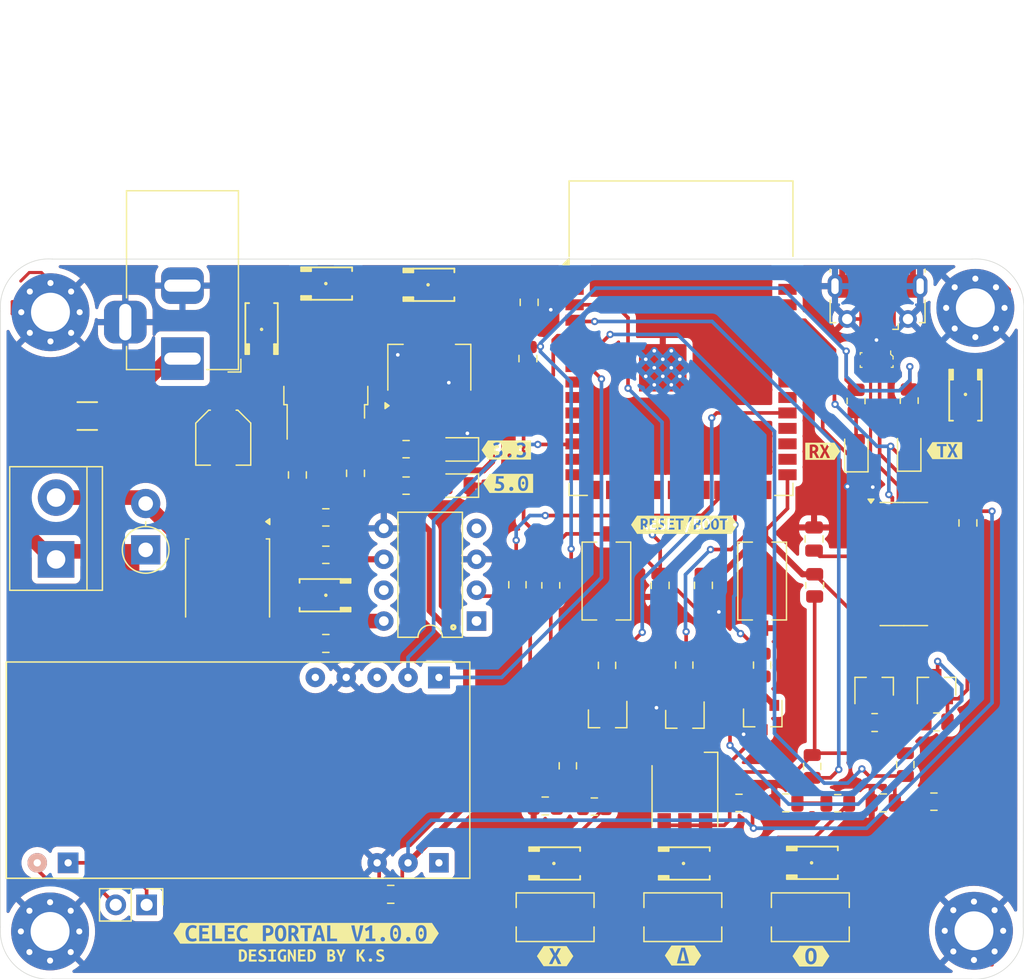
<source format=kicad_pcb>
(kicad_pcb (version 20240108) (generator "pcbnew") (generator_version "8.0")
  (layers (0 "F.Cu" signal) (31 "B.Cu" signal) (34 "B.Paste" user) (35 "F.Paste" user) (36 "B.SilkS" user "B.Silkscreen") (37 "F.SilkS" user "F.Silkscreen") (38 "B.Mask" user) (39 "F.Mask" user) (44 "Edge.Cuts" user))
  (net 0 "")
  (net 1 "GND")
  (net 2 "+5V")
  (net 3 "+3V3")
  (net 4 "VCC")
  (net 5 "bot3")
  (net 6 "bot2")
  (net 7 "bot1")
  (net 8 "/IO0")
  (net 9 "/EN")
  (net 10 "Net-(U4-V3)")
  (net 11 "Net-(D1-A)")
  (net 15 "USB_D-")
  (net 16 "USB_D+")
  (net 18 "Net-(D5-K)")
  (net 19 "Net-(D5-A)")
  (net 20 "VBUS")
  (net 21 "Net-(D7-A)")
  (net 22 "Net-(D8-A)")
  (net 23 "Net-(D9-A)")
  (net 24 "Net-(D11-A)")
  (net 25 "Net-(D12-A)")
  (net 26 "Net-(D14-A)")
  (net 27 "/RX")
  (net 28 "/TX")
  (net 29 "Net-(D15-A)")
  (net 31 "Net-(J3-Pad2)")
  (net 32 "Net-(J3-Pad1)")
  (net 34 "Net-(OC1-Pad2)")
  (net 37 "Net-(Q2-B)")
  (net 38 "Net-(Q5-B)")
  (net 39 "/DTR")
  (net 40 "Net-(Q6-B)")
  (net 41 "/RTS")
  (net 42 "open{slash}close")
  (net 43 "led1")
  (net 44 "led2")
  (net 45 "led3")
  (net 47 "RXRFID")
  (net 49 "TXRFID")
  (net 82 "/d+")
  (net 83 "/d-")
  (net 84 "Net-(Q1-B)")
  (net 85 "Net-(Q4-B)")
  (net 86 "Net-(D16-RK)")
  (net 87 "Net-(D16-BA)")
  (net 88 "Net-(D16-BK)")
  (net 89 "Net-(D16-GK)")
  (net 90 "Net-(F1-Pad1)")
  (footprint "PCM_4ms_Resistor:R_0805_2012Metric" (layer "F.Cu") (at 178.5241 97.2324 -90)
    (property "Reference" "R5" (hide yes))
    (property "Value" "R" (hide yes))
  )
  (footprint "kibuzzard-66BBE129" (layer "F.Cu") (at 160.3525 77.5208)
    (property "Reference" "kibuzzard-66BBE129" (hide yes))
    (property "Value" "G***" (hide yes))
  )
  (footprint "PCM_4ms_Resistor:R_0805_2012Metric" (layer "F.Cu") (at 160.3525 89.0524 90)
    (property "Reference" "R16" (hide yes))
    (property "Value" "R" (hide yes))
  )
  (footprint "Resistor_SMD:R_0805_2012Metric" (layer "F.Cu") (at 171.0713 82.4992 90)
    (property "Reference" "R18" (hide yes))
    (property "Value" "10k" (hide yes))
  )
  (footprint "MountingHole:MountingHole_3.2mm_M3_Pad_Via" (layer "F.Cu") (at 184.2793 59.69)
    (property "Reference" "H2" (hide yes))
    (property "Value" "MountingHole_Pad" (hide yes))
  )
  (footprint "Resistor_SMD:R_0805_2012Metric" (layer "F.Cu") (at 149.3797 82.4992 90)
    (property "Reference" "R19" (hide yes))
    (property "Value" "10k" (hide yes))
  )
  (footprint "PCM_4ms_Resistor:R_0805_2012Metric" (layer "F.Cu") (at 152.9588 100.6856 180)
    (property "Reference" "R7" (hide yes))
    (property "Value" "R" (hide yes))
  )
  (footprint "Connector_PinHeader_2.54mm:PinHeader_1x02_P2.54mm_Vertical" (layer "F.Cu") (at 116.1565 108.7628 -90)
    (property "Reference" "J3" (hide yes))
    (property "Value" "PINHD_1x2_Male" (hide yes))
  )
  (footprint "Package_TO_SOTSMD:SOT-23" (layer "F.Cu") (at 160.4033 93.4836 -90)
    (property "Reference" "Q1" (hide yes))
    (property "Value" "BC817" (hide yes))
  )
  (footprint "Resistor_SMD:R_0805_2012Metric" (layer "F.Cu") (at 174.4749 67.3396 -90)
    (property "Reference" "R22" (hide yes))
    (property "Value" "10k" (hide yes))
  )
  (footprint "MountingHole:MountingHole_3.2mm_M3_Pad_Via" (layer "F.Cu") (at 184.1653 110.8964)
    (property "Reference" "H3" (hide yes))
    (property "Value" "MountingHole_Pad" (hide yes))
  )
  (footprint "MountingHole:MountingHole_3.2mm_M3_Pad_Via" (layer "F.Cu") (at 108.2193 110.9472)
    (property "Reference" "H4" (hide yes))
    (property "Value" "MountingHole_Pad" (hide yes))
  )
  (footprint "kibuzzard-66BBF1BD" (layer "F.Cu") (at 181.7393 71.4248)
    (property "Reference" "kibuzzard-66BBF1BD" (hide yes))
    (property "Value" "G***" (hide yes))
  )
  (footprint "digikey-footprints:UFDFN-10_2.5x1mm" (layer "F.Cu") (at 176.1673 63.9769 180)
    (property "Reference" "D2" (hide yes))
    (property "Value" "RCLAMP0524PATCT" (hide yes))
  )
  (footprint "PCM_4ms_Resistor:R_0805_2012Metric" (layer "F.Cu") (at 137.4864 71.3042)
    (property "Reference" "R3" (hide yes))
    (property "Value" "R" (hide yes))
  )
  (footprint "Capacitor_SMD:C_0805_2012Metric" (layer "F.Cu") (at 128.5517 73.4244 -90)
    (property "Reference" "C5" (hide yes))
    (property "Value" "C" (hide yes))
  )
  (footprint "kibuzzard-66BBE052" (layer "F.Cu") (at 145.8745 74.1172)
    (property "Reference" "kibuzzard-66BBE052" (hide yes))
    (property "Value" "G***" (hide yes))
  )
  (footprint "Connector_USB:USB_Micro-B_Molex-105017-0001" (layer "F.Cu") (at 176.2421 59.1419 180)
    (property "Reference" "J1" (hide yes))
    (property "Value" "USB_B_Micro" (hide yes))
  )
  (footprint "LED_SMD:LED_0805_2012Metric" (layer "F.Cu") (at 141.7597 74.3014 180)
    (property "Reference" "D1" (hide yes))
    (property "Value" "LED" (hide yes))
  )
  (footprint "Capacitor_SMD:C_0805_2012Metric" (layer "F.Cu") (at 158.3713 82.4992 90)
    (property "Reference" "C15" (hide yes))
    (property "Value" "0.1uf" (hide yes))
  )
  (footprint "RDM6300 (2):RDM6300" (layer "F.Cu") (at 123.6749 97.6884)
    (property "Reference" "RDM1" (hide yes))
    (property "Value" "RDM6300" (hide yes))
  )
  (footprint "PCM_4ms_Resistor:R_0805_2012Metric" (layer "F.Cu") (at 146.6365 82.4484 -90)
    (property "Reference" "R11" (hide yes))
    (property "Value" "R" (hide yes))
  )
  (footprint "Capacitor_SMD:C_0805_2012Metric" (layer "F.Cu") (at 183.6697 77.3684 -90)
    (property "Reference" "C1" (hide yes))
    (property "Value" "0.1uf" (hide yes))
  )
  (footprint "Capacitor_SMD:C_Elec_4x5.4" (layer "F.Cu") (at 122.4557 70.358 -90)
    (property "Reference" "C13" (hide yes))
    (property "Value" "4.7 uf" (hide yes))
  )
  (footprint "LED_SMD:LED_RGB_5050-6" (layer "F.Cu") (at 160.4033 99.822 -90)
    (property "Reference" "D16" (hide yes))
    (property "Value" "LED_RGB" (hide yes))
  )
  (footprint "PCM_4ms_Resistor:R_0805_2012Metric" (layer "F.Cu") (at 164.8506 100.3808 180)
    (property "Reference" "R14" (hide yes))
    (property "Value" "R" (hide yes))
  )
  (footprint "LED_SMD:LED_0805_2012Metric" (layer "F.Cu") (at 178.8437 71.4267 90)
    (property "Reference" "D15" (hide yes))
    (property "Value" "LED_Small" (hide yes))
  )
  (footprint "Capacitor_SMD:C_0805_2012Metric" (layer "F.Cu") (at 147.5001 63.8556 -90)
    (property "Reference" "C4" (hide yes))
    (property "Value" "C" (hide yes))
  )
  (footprint "Package_TO_SOT_SMD:SOT-223-3_TabPin2" (layer "F.Cu") (at 139.3952 64.5986 90)
    (property "Reference" "U2" (hide yes))
    (property "Value" "AMS1117-3.3" (hide yes))
  )
  (footprint "PCM_4ms_Diode:D_DO-214AC_SMA" (layer "F.Cu") (at 130.8885 57.6916)
    (property "Reference" "D4" (hide yes))
    (property "Value" "1N4007" (hide yes))
  )
  (footprint "Package_TO_SOTSMD:SOT-23" (layer "F.Cu") (at 181.0931 90.8216 90)
    (property "Reference" "Q6" (hide yes))
    (property "Value" "BC817" (hide yes))
  )
  (footprint "PCM_4ms_Diode:D_DO-214AC_SMA" (layer "F.Cu") (at 139.2936 57.7914)
    (property "Reference" "D3" (hide yes))
    (property "Value" "1N4007" (hide yes))
  )
  (footprint "PCM_4ms_Diode:D_DO-214AC_SMA" (layer "F.Cu") (at 170.8173 105.3084)
    (property "Reference" "D11" (hide yes))
    (property "Value" "SMAJ5CA" (hide yes))
  )
  (footprint "PCM_4ms_Resistor:R_0805_2012Metric" (layer "F.Cu") (at 170.8681 97.3836 -90)
    (property "Reference" "R10" (hide yes))
    (property "Value" "R" (hide yes))
  )
  (footprint "1808AA101KAT1A:CAPC4520X203N" (layer "F.Cu") (at 111.2774 68.58 180)
    (property "Reference" "F1" (hide yes))
    (property "Value" "Fuse" (hide yes))
  )
  (footprint "Capacitor_SMD:C_0805_2012Metric" (layer "F.Cu") (at 130.8885 87.2744)
    (property "Reference" "C6" (hide yes))
    (property "Value" "C" (hide yes))
  )
  (footprint "PCM_4ms_Resistor:R_0805_2012Metric" (layer "F.Cu") (at 150.7827 97.334 -90)
    (property "Reference" "R8" (hide yes))
    (property "Value" "R" (hide yes))
  )
  (footprint "PCM_4ms_Resistor:R_0805_2012Metric" (layer "F.Cu") (at 130.8885 79.987367 180)
    (property "Reference" "R12" (hide yes))
    (property "Value" "10" (hide yes))
  )
  (footprint "kibuzzard-66BBF090" (layer "F.Cu") (at 129.2629 111.0996)
    (property "Reference" "kibuzzard-66BBF090" (hide yes))
    (property "Value" "G***" (hide yes))
  )
  (footprint "PCM_4ms_Resistor:R_0805_2012Metric" (layer "F.Cu") (at 130.8885 76.913034 180)
    (property "Reference" "R13" (hide yes))
    (property "Value" "100k" (hide yes))
  )
  (footprint "Button_Switch_SMD:SW_Tactile_SPST_NO_Straight_CK_PTS636Sx25SMTRLFS" (layer "F.Cu") (at 160.2367 109.7788)
    (property "Reference" "SW3" (hide yes))
    (property "Value" "SW_Push" (hide yes))
  )
  (footprint "Button_Switch_SMD:SW_Tactile_SPST_NO_Straight_CK_PTS636Sx25SMTRLFS" (layer "F.Cu") (at 149.7353 109.7788)
    (property "Reference" "SW2" (hide yes))
    (property "Value" "SW_Push" (hide yes))
  )
  (footprint "PCM_4ms_Diode:D_DO-214AC_SMA" (layer "F.Cu") (at 149.6337 105.3592)
    (property "Reference" "D8" (hide yes))
    (property "Value" "SMAJ5CA" (hide yes))
  )
  (footprint "PCM_4ms_Diode:D_DO-214AC_SMA" (layer "F.Cu") (at 125.6053 61.4568 90)
    (property "Reference" "D10" (hide yes))
    (property "Value" "SMAJ15CA" (hide yes))
  )
  (footprint "PCM_4ms_Diode:D_DO-214AC_SMA" (layer "F.Cu") (at 130.8885 83.312 180)
    (property "Reference" "D5" (hide yes))
    (property "Value" "1N4007" (hide yes))
  )
  (footprint "kibuzzard-66BBEF08" (layer "F.Cu") (at 160.2509 112.9284)
    (property "Reference" "kibuzzard-66BBEF08" (hide yes))
    (property "Value" "G***" (hide yes))
  )
  (footprint "Capacitor_SMD:C_0805_2012Metric" (layer "F.Cu") (at 133.3269 73.2872 -90)
    (property "Reference" "C3" (hide yes))
    (property "Value" "0.1uf" (hide yes))
  )
  (footprint "Connector_BarrelJack:BarrelJack_Horizontal" (layer "F.Cu") (at 119.1029 63.8612 -90)
    (property "Reference" "J2" (hide yes))
    (property "Value" "Barrel_Jack_Switch" (hide yes))
  )
  (footprint "Capacitor_SMD:C_0805_2012Metric" (layer "F.Cu") (at 148.9225 100.6348 180)
    (property "Reference" "C11" (hide yes))
    (property "Value" "0.1uf" (hide yes))
  )
  (footprint "Capacitor_SMD:C_0805_2012Metric" (layer "F.Cu") (at 168.7031 100.3796 180)
    (property "Reference" "C12" (hide yes))
    (property "Value" "0.1uf" (hide yes))
  )
  (footprint "RF_Module:ESP32-S3-WROOM-1" (layer "F.Cu") (at 160.0861 62.156)
    (property "Reference" "U5" (hide yes))
    (property "Value" "ESP32-S3-WROOM-1" (hide yes))
  )
  (footprint "Capacitor_SMD:C_0805_2012Metric" (layer "F.Cu") (at 136.2225 107.8992)
    (property "Reference" "C16" (hide yes))
    (property "Value" "100nf" (hide yes))
  )
  (footprint "kibuzzard-66BBEED0" (layer "F.Cu") (at 149.7353 112.9792)
    (property "Reference" "kibuzzard-66BBEED0" (hide yes))
    (property "Value" "G***" (hide yes))
  )
  (footprint "TerminalBlock:TerminalBlock_bornier-2_P5.08mm" (layer "F.Cu") (at 108.712 80.3656 90)
    (property "Reference" "J4" (hide yes))
    (property "Value" "Screw_Terminal_01x02" (hide yes))
  )
  (footprint "PCM_4ms_Resistor:R_0805_2012Metric" (layer "F.Cu") (at 166.7533 89.0524 90)
    (property "Reference" "R15" (hide yes))
    (property "Value" "R" (hide yes))
  )
  (footprint "Diode_THT:D_DO-15_P3.81mm_Vertical_AnodeUp" (layer "F.Cu") (at 116.078 79.583 90)
    (property "Reference" "D12" (hide yes))
    (property "Value" "1N4148W" (hide yes))
  )
  (footprint "Capacitor_SMD:C_0805_2012Metric" (layer "F.Cu") (at 176.7101 100.3808 180)
    (property "Reference" "C10" (hide yes))
    (property "Value" "0.1uf" (hide yes))
  )
  (footprint "kibuzzard-66BBE167" (layer "F.Cu") (at 145.7221 71.374)
    (property "Reference" "kibuzzard-66BBE167" (hide yes))
    (property "Value" "G***" (hide yes))
  )
  (footprint "PCM_Package_DIP_AKL:DIP-8_W7.62mm" (layer "F.Cu") (at 143.2737 85.4356 180)
    (property "Reference" "OC1" (hide yes))
    (property "Value" "TLP350" (hide yes))
  )
  (footprint "Capacitor_SMD:C_0805_2012Metric" (layer "F.Cu") (at 171.0205 78.6892 90)
    (property "Reference" "C17" (hide yes))
    (property "Value" "100nf" (hide yes))
  )
  (footprint "LED_SMD:LED_0805_2012Metric" (layer "F.Cu") (at 141.7597 71.3232 180)
    (property "Reference" "D7" (hide yes))
    (property "Value" "LED" (hide yes))
  )
  (footprint "kibuzzard-66BBF1B2" (layer "F.Cu") (at 171.7317 71.4756)
    (property "Reference" "kibuzzard-66BBF1B2" (hide yes))
    (property "Value" "G***" (hide yes))
  )
  (footprint "Package_TO_SOTSMD:SOT-23" (layer "F.Cu") (at 166.8041 93.366 -90)
    (property "Reference" "Q4" (hide yes))
    (property "Value" "BC817" (hide yes))
  )
  (footprint "Button_Switch_SMD:SW_Tactile_SPST_NO_Straight_CK_PTS636Sx25SMTRLFS" (layer "F.Cu") (at 166.7533 82.1436 -90)
    (property "Reference" "SW5" (hide yes))
    (property "Value" "SW_Push" (hide yes))
  )
  (footprint "PCM_4ms_Resistor:R_0805_2012Metric" (layer "F.Cu") (at 180.8757 100.2792 180)
    (property "Reference" "R6" (hide yes))
    (property "Value" "R" (hide yes))
  )
  (footprint "Resistor_SMD:R_0805_2012Metric" (layer "F.Cu") (at 178.8437 67.3119 -90)
    (property "Reference" "R23" (hide yes))
    (property "Value" "10k" (hide yes))
  )
  (footprint "PCM_4ms_Diode:D_DO-214AC_SMA" (layer "F.Cu") (at 183.4665 66.802 -90)
    (property "Reference" "D6" (hide yes))
    (property "Value" "D_Schottky_Generic" (hide yes))
  )
  (footprint "Package_SO:SOIC-16_3.9x9.9mm_P1.27mm" (layer "F.Cu") (at 178.4007 80.7466)
    (property "Reference" "U4" (hide yes))
    (property "Value" "CH340C" (hide yes))
  )
  (footprint "Capacitor_SMD:C_0805_2012Metric" (layer "F.Cu") (at 161.9273 82.4992 90)
    (property "Reference" "C14" (hide yes))
    (property "Value" "0.1uf" (hide yes))
  )
  (footprint "Button_Switch_SMD:SW_Tactile_SPST_NO_Straight_CK_PTS636Sx25SMTRLFS" (layer "F.Cu") (at 170.7157 109.7788)
    (property "Reference" "SW1" (hide yes))
    (property "Value" "SW_Push" (hide yes))
  )
  (footprint "MountingHole:MountingHole_3.2mm_M3_Pad_Via" (layer "F.Cu") (at 108.252356 60.0456)
    (property "Reference" "H1" (hide yes))
    (property "Value" "MountingHole_Pad" (hide yes))
  )
  (footprint "PCM_4ms_Resistor:R_0805_2012Metric" (layer "F.Cu") (at 172.9703 100.4096 180)
    (property "Reference" "R9" (hide yes))
    (property "Value" "R" (hide yes))
  )
  (footprint "Button_Switch_SMD:SW_Tactile_SPST_NO_Straight_CK_PTS636Sx25SMTRLFS" (layer "F.Cu") (at 153.9517 82.1436 -90)
    (property "Reference" "SW6" (hide yes))
    (property "Value" "SW_Push" (hide yes))
  )
  (footprint "Resistor_SMD:R_0805_2012Metric" (layer "F.Cu") (at 181.0789 93.726)
    (property "Reference" "R20" (hide yes))
    (property "Value" "10k" (hide yes))
  )
  (footprint "Package_TO_SOTSMD:SOT-23" (layer "F.Cu") (at 175.9623 90.8216 90)
    (property "Reference" "Q5" (hide yes))
    (property "Value" "BC817" (hide yes))
  )
  (footprint "LED_SMD:LED_0805_2012Metric" (layer "F.Cu") (at 174.4987 71.4836 90)
    (property "Reference" "D14" (hide yes))
    (property "Value" "LED_Small" (hide yes))
  )
  (footprint "kibuzzard-66BC06DF" (layer "F.Cu") (at 129.7201 112.9284)
    (property "Reference" "kibuzzard-66BC06DF" (hide yes))
    (property "Value" "G***" (hide yes))
  )
  (footprint "PCM_4ms_Diode:D_DO-214AC_SMA" (layer "F.Cu") (at 160.2875 105.3592)
    (property "Reference" "D9" (hide yes))
    (property "Value" "SMAJ5CA" (hide yes))
  )
  (footprint "Package_TO_SOTSMD:SOT-23" (layer "F.Cu") (at 154.0533 93.4401 -90)
    (property "Reference" "Q2" (hide yes))
    (property "Value" "BC817" (hide yes))
  )
  (footprint "Capacitor_SMD:C_0805_2012Metric" (layer "F.Cu") (at 147.6017 59.2328 -90)
    (property "Reference" "C7" (hide yes))
    (property "Value" "0.1uf" (hide yes))
  )
  (footprint "PCM_4ms_Package_TO:TO-252-2" (layer "F.Cu") (at 130.8885 65.1764 90)
    (property "Reference" "U3" (hide yes))
    (property "Value" "L7805" (hide yes))
  )
  (footprint "PCM_4ms_Resistor:R_0805_2012Metric" (layer "F.Cu") (at 137.4864 74.3014)
    (property "Reference" "R4" (hide yes))
    (property "Value" "R" (hide yes))
  )
  (footprint "PCM_4ms_Resistor:R_0805_2012Metric" (layer "F.Cu") (at 154.0025 89.0757 90)
    (property "Reference" "R17" (hide yes))
    (property "Value" "R" (hide yes))
  )
  (footprint "Resistor_SMD:R_0805_2012Metric" (layer "F.Cu") (at 176.0008 93.7768 180)
    (property "Reference" "R21" (hide yes))
    (property "Value" "10k" (hide yes))
  )
  (footprint "Package_TO_SOT_SMD:TO-252-2" (layer "F.Cu") (at 122.8113 81.9912 -90)
    (property "Reference" "Q3" (hide yes))
    (property "Value" "IRLU3114Z" (hide yes))
  )
  (footprint "kibuzzard-66BBEF2E" (layer "F.Cu") (at 170.7665 112.9792)
    (property "Reference" "kibuzzard-66BBEF2E" (hide yes))
    (property "Value" "G***" (hide yes))
  )
  (gr_arc (start 104.140001 59.944) (mid 105.292284 56.829084) (end 108.4072 55.676801) (stroke (width 0.05)) (layer "Edge.Cuts"))
  (gr_arc (start 188.213999 110.5916) (mid 187.061716 113.706516) (end 183.9468 114.858799) (stroke (width 0.05)) (layer "Edge.Cuts"))
  (gr_arc (start 183.9976 55.676801) (mid 187.112516 56.829084) (end 188.264799 59.944) (stroke (width 0.05)) (layer "Edge.Cuts"))
  (gr_line (start 108.4072 55.676801) (end 183.9976 55.676801) (stroke (width 0.05)) (layer "Edge.Cuts"))
  (gr_arc (start 108.4072 114.858799) (mid 105.292284 113.706516) (end 104.140001 110.5916) (stroke (width 0.05)) (layer "Edge.Cuts"))
  (gr_line (start 183.9468 114.858799) (end 108.4072 114.858799) (stroke (width 0.05)) (layer "Edge.Cuts"))
  (gr_line (start 104.140001 110.5916) (end 104.140001 59.944) (stroke (width 0.05)) (layer "Edge.Cuts"))
  (gr_line (start 188.264799 59.944) (end 188.213999 110.5916) (stroke (width 0.05)) (layer "Edge.Cuts"))
  (segment (start 109.357556 112.999856) (end 107.6605 111.3028) (width 0.3) (layer "F.Cu") (net 1))
  (segment (start 187.0733 110.308688) (end 186.370356 109.605744) (width 0.254) (layer "F.Cu") (net 1))
  (segment (start 105.1081 59.182) (end 107.5081 59.182) (width 0.254) (layer "F.Cu") (net 1))
  (segment (start 155.8019 86.0186) (end 158.3713 83.4492) (width 0.3) (layer "F.Cu") (net 1))
  (segment (start 158.5861 63.916) (end 158.5861 65.316) (width 0.254) (layer "F.Cu") (net 1))
  (segment (start 187.065044 58.167232) (end 186.3621 57.464288) (width 0.254) (layer "F.Cu") (net 1))
  (segment (start 105.963444 109.605744) (end 107.6605 111.3028) (width 0.3) (layer "F.Cu") (net 1))
  (segment (start 110.0605 111.3028) (end 107.6605 111.3028) (width 0.3) (layer "F.Cu") (net 1))
  (segment (start 142.6972 70.1779) (end 142.5217 70.0024) (width 0.254) (layer "F.Cu") (net 1))
  (segment (start 186.3621 57.464288) (end 185.367988 57.464288) (width 0.254) (layer "F.Cu") (net 1))
  (segment (start 131.826 75.7381) (end 133.3269 74.2372) (width 0.3) (layer "F.Cu") (net 1))
  (segment (start 186.370356 112.005744) (end 187.0733 111.3028) (width 0.254) (layer "F.Cu") (net 1))
  (segment (start 147.9725 105.8916) (end 147.8953 105.9688) (width 0.3) (layer "F.Cu") (net 1))
  (segment (start 132.728566 77.8156) (end 131.826 76.913034) (width 0.3) (layer "F.Cu") (net 1))
  (segment (start 108.211044 57.484944) (end 107.5081 56.782) (width 0.254) (layer "F.Cu") (net 1))
  (segment (start 120.5313 76.9512) (end 120.5313 73.9574) (width 0.3) (layer "F.Cu") (net 1))
  (segment (start 159.9861 65.316) (end 159.9861 63.916) (width 0.254) (layer "F.Cu") (net 1))
  (segment (start 142.6972 71.3232) (end 142.6972 70.1779) (width 0.254) (layer "F.Cu") (net 1))
  (segment (start 156.3617 108.0546) (end 158.4475 105.9688) (width 0.3) (layer "F.Cu") (net 1))
  (segment (start 185.367988 57.464288) (end 184.665044 56.761344) (width 0.254) (layer "F.Cu") (net 1))
  (segment (start 105.1081 59.182) (end 105.1081 60.176112) (width 0.254) (layer "F.Cu") (net 1))
  (segment (start 129.287366 74.3744) (end 128.5517 74.3744) (width 0.3) (layer "F.Cu") (net 1))
  (segment (start 166.8407 108.1054) (end 168.9265 106.0196) (width 0.3) (layer "F.Cu") (net 1))
  (segment (start 156.3617 109.7788) (end 156.3617 108.0546) (width 0.3) (layer "F.Cu") (net 1))
  (segment (start 153.9517 86.0186) (end 155.8019 86.0186) (width 0.3) (layer "F.Cu") (net 1))
  (segment (start 135.6537 77.8156) (end 132.728566 77.8156) (width 0.3) (layer "F.Cu") (net 1))
  (segment (start 109.357556 109.605744) (end 107.6605 111.3028) (width 0.3) (layer "F.Cu") (net 1))
  (segment (start 186.370356 109.605744) (end 184.6733 111.3028) (width 0.254) (layer "F.Cu") (net 1))
  (segment (start 184.6733 113.7028) (end 185.667412 113.7028) (width 0.254) (layer "F.Cu") (net 1))
  (segment (start 187.0733 111.3028) (end 187.0733 110.308688) (width 0.254) (layer "F.Cu") (net 1))
  (segment (start 159.2861 63.216) (end 157.8861 63.216) (width 0.254) (layer "F.Cu") (net 1))
  (segment (start 164.1839 83.4492) (end 166.7533 86.0186) (width 0.3) (layer "F.Cu") (net 1))
  (segment (start 106.513988 56.782) (end 105.811044 57.484944) (width 0.254) (layer "F.Cu") (net 1))
  (segment (start 131.826 76.913034) (end 129.287366 74.3744) (width 0.3) (layer "F.Cu") (net 1))
  (segment (start 107.6605 113.7028) (end 107.6605 111.3028) (width 0.3) (layer "F.Cu") (net 1))
  (segment (start 105.2605 111.3028) (end 107.6605 111.3028) (width 0.3) (layer "F.Cu") (net 1))
  (segment (start 159.2861 66.016) (end 159.9861 65.316) (width 0.254) (layer "F.Cu") (net 1))
  (segment (start 159.2861 66.016) (end 159.2861 64.616) (width 0.254) (layer "F.Cu") (net 1))
  (segment (start 105.1081 60.176112) (end 105.811044 60.879056) (width 0.254) (layer "F.Cu") (net 1))
  (segment (start 182.976244 112.999856) (end 184.6733 111.3028) (width 0.254) (layer "F.Cu") (net 1))
  (segment (start 124.7971 74.3744) (end 122.4557 72.033) (width 0.3) (layer "F.Cu") (net 1))
  (segment (start 107.6605 108.9028) (end 107.6605 111.3028) (width 0.3) (layer "F.Cu") (net 1))
  (segment (start 128.5517 74.3744) (end 124.7971 74.3744) (width 0.3) (layer "F.Cu") (net 1))
  (segment (start 158.5861 63.916) (end 157.8861 64.616) (width 0.254) (layer "F.Cu") (net 1))
  (segment (start 145.8603 108.0038) (end 147.8953 105.9688) (width 0.3) (layer "F.Cu") (net 1))
  (segment (start 175.8465 76.2224) (end 175.9257 76.3016) (width 0.3) (layer "F.Cu") (net 1))
  (segment (start 107.5081 56.782) (end 106.513988 56.782) (width 0.254) (layer "F.Cu") (net 1))
  (segment (start 161.9273 83.4492) (end 164.1839 83.4492) (width 0.3) (layer "F.Cu") (net 1))
  (segment (start 174.9421 60.6044) (end 174.9421 58.2044) (width 0.3) (layer "F.Cu") (net 1))
  (segment (start 109.205156 57.484944) (end 108.211044 57.484944) (width 0.254) (layer "F.Cu") (net 1))
  (segment (start 147.9725 100.6348) (end 147.9725 105.8916) (width 0.3) (layer "F.Cu") (net 1))
  (segment (start 176.1513 63.5734) (end 176.1673 63.5894) (width 0.254) (layer "F.Cu") (net 1))
  (segment (start 135.2725 107.8992) (end 135.2725 105.476) (width 0.3) (layer "F.Cu") (net 1))
  (segment (start 174.9421 60.6044) (end 173.7421 60.6044) (width 0.3) (layer "F.Cu") (net 1))
  (segment (start 174.9421 58.2044) (end 175.2421 57.9044) (width 0.3) (layer "F.Cu") (net 1))
  (segment (start 176.1513 62.3316) (end 176.1513 63.5734) (width 0.254) (layer "F.Cu") (net 1))
  (segment (start 187.065044 60.155456) (end 186.3621 60.8584) (width 0.254) (layer "F.Cu") (net 1))
  (segment (start 157.8861 66.016) (end 157.1861 65.316) (width 0.254) (layer "F.Cu") (net 1))
  (segment (start 157.1861 63.916) (end 157.8861 64.616) (width 0.254) (layer "F.Cu") (net 1))
  (segment (start 131.826 76.913034) (end 131.826 75.7381) (width 0.3) (layer "F.Cu") (net 1))
  (segment (start 187.065044 59.161344) (end 187.065044 60.155456) (width 0.254) (layer "F.Cu") (net 1))
  (segment (start 135.2725 105.476) (end 135.1049 105.3084) (width 0.3) (layer "F.Cu") (net 1))
  (segment (start 187.065044 59.161344) (end 187.065044 58.167232) (width 0.254) (layer "F.Cu") (net 1))
  (segment (start 157.8861 66.016) (end 159.2861 66.016) (width 0.254) (layer "F.Cu") (net 1))
  (segment (start 145.8603 109.7788) (end 145.8603 108.0038) (width 0.3) (layer "F.Cu") (net 1))
  (segment (start 120.5313 73.9574) (end 122.4557 72.033) (width 0.3) (layer "F.Cu") (net 1))
  (segment (start 166.8407 109.7788) (end 166.8407 108.1054) (width 0.3) (layer "F.Cu") (net 1))
  (via (at 173.7637 74.3712) (size 0.6) (drill 0.3) (layers "F.Cu" "B.Cu") (net 1))
  (via (at 149.3797 59.8424) (size 0.6) (drill 0.3) (layers "F.Cu" "B.Cu") (net 1))
  (via (at 175.8465 74.422) (size 0.6) (drill 0.3) (layers "F.Cu" "B.Cu") (net 1))
  (via (at 165.2293 94.742) (size 0.6) (drill 0.3) (layers "F.Cu" "B.Cu") (net 1))
  (via (at 163.1973 84.6836) (size 0.6) (drill 0.3) (layers "F.Cu" "B.Cu") (net 1))
  (via (at 158.0665 92.5576) (size 0.6) (drill 0.3) (layers "F.Cu" "B.Cu") (net 1))
  (via (at 142.5217 70.0024) (size 0.6) (drill 0.3) (layers "F.Cu" "B.Cu") (net 1))
  (via (at 136.8044 63.5508) (size 0.6) (drill 0.3) (layers "F.Cu" "B.Cu") (net 1))
  (via (at 176.1513 62.3316) (size 0.6) (drill 0.3) (layers "F.Cu" "B.Cu") (net 1))
  (via (at 140.9977 65.8368) (size 0.6) (drill 0.3) (layers "F.Cu" "B.Cu") (net 1))
  (segment (start 133.1685 72.1788) (end 133.3269 72.3372) (width 0.5) (layer "F.Cu") (net 2))
  (segment (start 183.6189 68.7944) (end 183.6189 76.3676) (width 0.3) (layer "F.Cu") (net 2))
  (segment (start 144.5537 72.3392) (end 144.5537 70.6071) (width 0.5) (layer "F.Cu") (net 2))
  (segment (start 135.1557 60.0893) (end 135.1557 67.3892) (width 0.5) (layer "F.Cu") (net 2))
  (segment (start 142.4201 100.5332) (end 137.6449 105.3084) (width 0.5) (layer "F.Cu") (net 2))
  (segment (start 135.1557 67.3892) (end 133.1685 69.3764) (width 0.5) (layer "F.Cu") (net 2))
  (segment (start 133.1897 72.4744) (end 133.3269 72.3372) (width 0.5) (layer "F.Cu") (net 2))
  (segment (start 137.3538 57.6916) (end 137.4536 57.7914) (width 0.5) (layer "F.Cu") (net 2))
  (segment (start 137.4536 57.7914) (end 135.1557 60.0893) (width 0.5) (layer "F.Cu") (net 2))
  (segment (start 133.1685 69.3764) (end 133.1685 72.1788) (width 0.5) (layer "F.Cu") (net 2))
  (segment (start 132.7285 57.6916) (end 137.3538 57.6916) (width 0.5) (layer "F.Cu") (net 2))
  (segment (start 183.6697 76.4184) (end 180.9925 76.4184) (width 0.3) (layer "F.Cu") (net 2))
  (segment (start 183.4665 68.642) (end 183.6189 68.7944) (width 0.3) (layer "F.Cu") (net 2))
  (segment (start 139.4229 84.582) (end 141.1501 86.3092) (width 0.5) (layer "F.Cu") (net 2))
  (segment (start 139.4229 78.0288) (end 139.4229 84.582) (width 0.5) (layer "F.Cu") (net 2))
  (segment (start 144.5537 70.6071) (end 141.6952 67.7486) (width 0.5) (layer "F.Cu") (net 2))
  (segment (start 128.5517 72.4744) (end 133.1897 72.4744) (width 0.5) (layer "F.Cu") (net 2))
  (segment (start 136.5489 75.1548) (end 139.4229 78.0288) (width 0.5) (layer "F.Cu") (net 2))
  (segment (start 133.3269 72.3372) (end 134.5847 72.3372) (width 0.5) (layer "F.Cu") (net 2))
  (segment (start 134.5847 72.3372) (end 136.5489 74.3014) (width 0.5) (layer "F.Cu") (net 2))
  (segment (start 141.1501 87.3252) (end 142.4201 88.5952) (width 0.5) (layer "F.Cu") (net 2))
  (segment (start 142.4201 88.5952) (end 142.4201 100.5332) (width 0.5) (layer "F.Cu") (net 2))
  (segment (start 183.6189 76.3676) (end 183.6697 76.4184) (width 0.3) (layer "F.Cu") (net 2))
  (segment (start 137.1725 105.7808) (end 137.6449 105.3084) (width 0.3) (layer "F.Cu") (net 2))
  (segment (start 137.1725 107.8992) (end 137.1725 105.7808) (width 0.3) (layer "F.Cu") (net 2))
  (segment (start 165.9636 102.3851) (end 166.0421 102.4636) (width 0.3) (layer "F.Cu") (net 2))
  (segment (start 136.5489 74.3014) (end 136.5489 75.1548) (width 0.5) (layer "F.Cu") (net 2))
  (segment (start 165.9636 100.3808) (end 165.9636 102.3851) (width 0.3) (layer "F.Cu") (net 2))
  (segment (start 143.8425 73.0504) (end 144.5537 72.3392) (width 0.5) (layer "F.Cu") (net 2))
  (segment (start 137.7999 73.0504) (end 143.8425 73.0504) (width 0.5) (layer "F.Cu") (net 2))
  (segment (start 185.6509 76.4032) (end 183.6849 76.4032) (width 0.3) (layer "F.Cu") (net 2))
  (segment (start 136.5489 74.3014) (end 137.7999 73.0504) (width 0.5) (layer "F.Cu") (net 2))
  (segment (start 180.9925 76.4184) (end 180.8757 76.3016) (width 0.3) (layer "F.Cu") (net 2))
  (segment (start 183.6849 76.4032) (end 183.6697 76.4184) (width 0.3) (layer "F.Cu") (net 2))
  (segment (start 141.1501 86.3092) (end 141.1501 87.3252) (width 0.5) (layer "F.Cu") (net 2))
  (via (at 166.0421 102.4636) (size 0.6) (drill 0.3) (layers "F.Cu" "B.Cu") (net 2))
  (via (at 185.6509 76.4032) (size 0.6) (drill 0.3) (layers "F.Cu" "B.Cu") (net 2))
  (segment (start 137.6449 103.7059) (end 139.5476 101.8032) (width 0.3) (layer "B.Cu") (net 2))
  (segment (start 137.6449 105.3084) (end 137.6449 103.7059) (width 0.3) (layer "B.Cu") (net 2))
  (segment (start 165.3817 101.8032) (end 166.0421 102.4636) (width 0.3) (layer "B.Cu") (net 2))
  (segment (start 175.3385 102.4636) (end 185.6509 92.1512) (width 0.3) (layer "B.Cu") (net 2))
  (segment (start 139.5476 101.8032) (end 165.3817 101.8032) (width 0.3) (layer "B.Cu") (net 2))
  (segment (start 185.6509 92.1512) (end 185.6509 76.4032) (width 0.3) (layer "B.Cu") (net 2))
  (segment (start 166.0421 102.4636) (end 175.3385 102.4636) (width 0.3) (layer "B.Cu") (net 2))
  (segment (start 150.7827 96.3965) (end 151.482699 96.3965) (width 0.3) (layer "F.Cu") (net 3))
  (segment (start 139.3952 69.1157) (end 139.3952 67.7486) (width 0.5) (layer "F.Cu") (net 3))
  (segment (start 139.3952 60.7845) (end 141.1336 59.0461) (width 0.5) (layer "F.Cu") (net 3))
  (segment (start 148.5265 62.865476) (end 147.540224 62.865476) (width 0.3) (layer "F.Cu") (net 3))
  (segment (start 145.5189 60.9244) (end 147.5001 62.9056) (width 0.5) (layer "F.Cu") (net 3))
  (segment (start 171.0193 96.2949) (end 170.8681 96.4461) (width 0.3) (layer "F.Cu") (net 3))
  (segment (start 173.6621 65.6143) (end 174.4749 66.4271) (width 0.3) (layer "F.Cu") (net 3))
  (segment (start 141.1336 59.0461) (end 141.1336 57.7914) (width 0.5) (layer "F.Cu") (net 3))
  (segment (start 173.6621 63.246) (end 173.6621 65.6143) (width 0.3) (layer "F.Cu") (net 3))
  (segment (start 151.0561 81.7353) (end 151.0561 79.5528) (width 0.3) (layer "F.Cu") (net 3))
  (segment (start 149.3797 83.4117) (end 151.0561 81.7353) (width 0.3) (layer "F.Cu") (net 3))
  (segment (start 151.482699 96.3965) (end 153.858199 98.772) (width 0.3) (layer "F.Cu") (net 3))
  (segment (start 169.4734 97.8408) (end 170.8681 96.4461) (width 0.3) (layer "F.Cu") (net 3))
  (segment (start 151.0561 79.502) (end 151.05368 79.49958) (width 0.3) (layer "F.Cu") (net 3))
  (segment (start 151.2193 58.2828) (end 151.3361 58.166) (width 0.5) (layer "F.Cu") (net 3))
  (segment (start 147.6017 58.2828) (end 145.5189 58.2828) (width 0.5) (layer "F.Cu") (net 3))
  (segment (start 147.6017 58.2828) (end 151.2193 58.2828) (width 0.5) (layer "F.Cu") (net 3))
  (segment (start 136.5489 71.3042) (end 137.6989 70.1542) (width 0.5) (layer "F.Cu") (net 3))
  (segment (start 153.858199 98.772) (end 163.105207 98.772) (width 0.3) (layer "F.Cu") (net 3))
  (segment (start 150.7827 96.3965) (end 149.3797 94.9935) (width 0.3) (layer "F.Cu") (net 3))
  (segment (start 164.036407 97.8408) (end 169.4734 97.8408) (width 0.3) (layer "F.Cu") (net 3))
  (segment (start 141.625 58.2828) (end 141.1336 57.7914) (width 0.5) (layer "F.Cu") (net 3))
  (segment (start 139.3952 67.7486) (end 139.3952 61.4486) (width 0.5) (layer "F.Cu") (net 3))
  (segment (start 178.8945 66.3486) (end 178.8437 66.3994) (width 0.3) (layer "F.Cu") (net 3))
  (segment (start 137.6989 70.1542) (end 138.3567 70.1542) (width 0.5) (layer "F.Cu") (net 3))
  (segment (start 145.5189 58.2828) (end 141.625 58.2828) (width 0.5) (layer "F.Cu") (net 3))
  (segment (start 145.5189 58.2828) (end 145.5189 60.9244) (width 0.5) (layer "F.Cu") (net 3))
  (segment (start 163.105207 98.772) (end 164.036407 97.8408) (width 0.3) (layer "F.Cu") (net 3))
  (segment (start 171.0713 96.2429) (end 170.8681 96.4461) (width 0.3) (layer "F.Cu") (net 3))
  (segment (start 149.3797 94.9935) (end 149.3797 83.4117) (width 0.3) (layer "F.Cu") (net 3))
  (segment (start 178.5241 96.2949) (end 171.0193 96.2949) (width 0.3) (layer "F.Cu") (net 3))
  (segment (start 171.0713 83.4117) (end 171.0713 96.2429) (width 0.3) (layer "F.Cu") (net 3))
  (segment (start 151.0561 79.5528) (end 151.0561 79.502) (width 0.3) (layer "F.Cu") (net 3))
  (segment (start 147.540224 62.865476) (end 147.5001 62.9056) (width 0.3) (layer "F.Cu") (net 3))
  (segment (start 178.8945 64.516) (end 178.8945 66.3486) (width 0.3) (layer "F.Cu") (net 3))
  (segment (start 138.3567 70.1542) (end 139.3952 69.1157) (width 0.5) (layer "F.Cu") (net 3))
  (segment (start 139.3952 61.4486) (end 139.3952 60.7845) (width 0.5) (layer "F.Cu") (net 3))
  (via (at 148.5265 62.865476) (size 0.6) (drill 0.3) (layers "F.Cu" "B.Cu") (net 3))
  (via (at 178.8945 64.516) (size 0.6) (drill 0.3) (layers "F.Cu" "B.Cu") (net 3))
  (via (at 173.6621 63.246) (size 0.6) (drill 0.3) (layers "F.Cu" "B.Cu") (net 3))
  (via (at 151.05368 79.49958) (size 0.6) (drill 0.3) (layers "F.Cu" "B.Cu") (net 3))
  (segment (start 174.8305 66.4972) (end 178.0309 66.4972) (width 0.3) (layer "B.Cu") (net 3))
  (segment (start 148.5265 62.865476) (end 148.5265 62.5983) (width 0.3) (layer "B.Cu") (net 3))
  (segment (start 148.5265 63.2841) (end 151.05368 65.81128) (width 0.3) (layer "B.Cu") (net 3))
  (segment (start 173.6113 63.246) (end 173.6621 63.246) (width 0.3) (layer "B.Cu") (net 3))
  (segment (start 178.8945 65.6336) (end 178.8945 64.516) (width 0.3) (layer "B.Cu") (net 3))
  (segment (start 168.4297 58.0644) (end 173.6113 63.246) (width 0.3) (layer "B.Cu") (net 3))
  (segment (start 153.0604 58.0644) (end 168.4297 58.0644) (width 0.3) (layer "B.Cu") (net 3))
  (segment (start 178.0309 66.4972) (end 178.8945 65.6336) (width 0.3) (layer "B.Cu") (net 3))
  (segment (start 178.8945 64.516) (end 178.8945 64.4652) (width 0.3) (layer "B.Cu") (net 3))
  (segment (start 151.05368 65.81128) (end 151.05368 79.49958) (width 0.3) (layer "B.Cu") (net 3))
  (segment (start 148.5265 62.865476) (end 148.5265 63.2841) (width 0.3) (layer "B.Cu") (net 3))
  (segment (start 173.6621 63.246) (end 173.6621 65.3288) (width 0.3) (layer "B.Cu") (net 3))
  (segment (start 148.5265 62.5983) (end 153.0604 58.0644) (width 0.3) (layer "B.Cu") (net 3))
  (segment (start 173.6621 65.3288) (end 174.8305 66.4972) (width 0.3) (layer "B.Cu") (net 3))
  (segment (start 123.3813 59.7296) (end 124.3353 59.7296) (width 1.2) (layer "F.Cu") (net 4))
  (segment (start 114.9604 84.2313) (end 114.9604 79.7052) (width 1.2) (layer "F.Cu") (net 4))
  (segment (start 131.0523 85.4356) (end 135.6537 85.4356) (width 1.2) (layer "F.Cu") (net 4))
  (segment (start 111.6076 71.9836) (end 116.1796 71.9836) (width 1.2) (layer "F.Cu") (net 4))
  (segment (start 124.3353 59.7296) (end 126.3733 57.6916) (width 1.2) (layer "F.Cu") (net 4))
  (segment (start 129.2273 87.9856) (end 129.9385 87.2744) (width 1.2) (layer "F.Cu") (net 4))
  (segment (start 126.3733 57.6916) (end 129.0485 57.6916) (width 1.2) (layer "F.Cu") (net 4))
  (segment (start 122.8113 68.3274) (end 122.8113 60.2996) (width 1.2) (layer "F.Cu") (net 4))
  (segment (start 109.3216 68.58) (end 109.3216 69.6976) (width 1.2) (layer "F.Cu") (net 4))
  (segment (start 108.6598 68.683) (end 106.0972 71.2456) (width 1.2) (layer "F.Cu") (net 4))
  (segment (start 106.0972 71.2456) (end 106.0972 78.0254) (width 1.2) (layer "F.Cu") (net 4))
  (segment (start 129.9385 87.2744) (end 129.9385 86.5494) (width 1.2) (layer "F.Cu") (net 4))
  (segment (start 114.9604 79.7052) (end 109.0174 79.7052) (width 1.2) (layer "F.Cu") (net 4))
  (segment (start 122.4557 68.683) (end 122.8113 68.3274) (width 1.2) (layer "F.Cu") (net 4))
  (segment (start 116.1796 71.9836) (end 118.7868 69.3764) (width 1.2) (layer "F.Cu") (net 4))
  (segment (start 109.3216 69.6976) (end 111.6076 71.9836) (width 1.2) (layer "F.Cu") (net 4))
  (segment (start 122.8113 60.2996) (end 123.3813 59.7296) (width 1.2) (layer "F.Cu") (net 4))
  (segment (start 109.0174 79.7052) (end 108.3972 80.3254) (width 1.2) (layer "F.Cu") (net 4))
  (segment (start 118.7147 87.9856) (end 129.2273 87.9856) (width 1.2) (layer "F.Cu") (net 4))
  (segment (start 129.9385 86.5494) (end 131.0523 85.4356) (width 1.2) (layer "F.Cu") (net 4))
  (segment (start 106.0972 78.0254) (end 108.3972 80.3254) (width 1.2) (layer "F.Cu") (net 4))
  (segment (start 118.7147 87.9856) (end 114.9604 84.2313) (width 1.2) (layer "F.Cu") (net 4))
  (segment (start 118.7868 69.3764) (end 128.6085 69.3764) (width 1.2) (layer "F.Cu") (net 4))
  (segment (start 179.8366 100.3808) (end 179.9382 100.2792) (width 0.3) (layer "F.Cu") (net 5))
  (segment (start 177.6601 100.3808) (end 179.8366 100.3808) (width 0.3) (layer "F.Cu") (net 5))
  (segment (start 175.5383 98.1699) (end 178.5241 98.1699) (width 0.3) (layer "F.Cu") (net 5))
  (segment (start 151.3361 63.246) (end 152.8849 63.246) (width 0.3) (layer "F.Cu") (net 5))
  (segment (start 177.6601 99.0339) (end 178.5241 98.1699) (width 0.3) (layer "F.Cu") (net 5))
  (segment (start 177.6601 100.3808) (end 177.6601 99.0339) (width 0.3) (layer "F.Cu") (net 5))
  (segment (start 152.8849 63.246) (end 154.2565 61.8744) (width 0.3) (layer "F.Cu") (net 5))
  (segment (start 174.9552 97.5868) (end 175.5383 98.1699) (width 0.3) (layer "F.Cu") (net 5))
  (via (at 174.9552 97.5868) (size 0.6) (drill 0.3) (layers "F.Cu" "B.Cu") (net 5))
  (via (at 154.2565 61.8744) (size 0.6) (drill 0.3) (layers "F.Cu" "B.Cu") (net 5))
  (segment (start 174.9552 97.5868) (end 173.7868 98.7552) (width 0.3) (layer "B.Cu") (net 5))
  (segment (start 171.8564 98.7552) (end 167.7693 94.6681) (width 0.3) (layer "B.Cu") (net 5))
  (segment (start 167.7693 94.6681) (end 167.7693 69.845161) (width 0.3) (layer "B.Cu") (net 5))
  (segment (start 159.798539 61.8744) (end 154.2565 61.8744) (width 0.3) (layer "B.Cu") (net 5))
  (segment (start 167.7693 69.845161) (end 159.798539 61.8744) (width 0.3) (layer "B.Cu") (net 5))
  (segment (start 173.7868 98.7552) (end 171.8564 98.7552) (width 0.3) (layer "B.Cu") (net 5))
  (segment (start 149.8725 100.6348) (end 149.8725 99.1817) (width 0.3) (layer "F.Cu") (net 6))
  (segment (start 150.7827 98.2278) (end 147.6865 95.1316) (width 0.3) (layer "F.Cu") (net 6))
  (segment (start 150.7827 98.2715) (end 150.7827 98.2278) (width 0.3) (layer "F.Cu") (net 6))
  (segment (start 147.1445 67.6656) (end 149.5829 65.2272) (width 0.3) (layer "F.Cu") (net 6))
  (segment (start 149.5829 65.2272) (end 149.5829 62.3316) (width 0.3) (layer "F.Cu") (net 6))
  (segment (start 149.5829 62.3316) (end 149.9385 61.976) (width 0.3) (layer "F.Cu") (net 6))
  (segment (start 149.8725 99.1817) (end 150.7827 98.2715) (width 0.3) (layer "F.Cu") (net 6))
  (segment (start 149.9233 100.6856) (end 149.8725 100.6348) (width 0.3) (layer "F.Cu") (net 6))
  (segment (start 152.0213 100.6856) (end 149.9233 100.6856) (width 0.3) (layer "F.Cu") (net 6))
  (segment (start 147.6865 95.1316) (end 147.6865 77.7349) (width 0.3) (layer "F.Cu") (net 6))
  (segment (start 147.1445 77.1929) (end 147.1445 67.6656) (width 0.3) (layer "F.Cu") (net 6))
  (segment (start 147.6865 77.7349) (end 147.1445 77.1929) (width 0.3) (layer "F.Cu") (net 6))
  (segment (start 149.9385 61.976) (end 151.3361 61.976) (width 0.3) (layer "F.Cu") (net 6))
  (segment (start 170.8681 98.3211) (end 172.369 98.3211) (width 0.3) (layer "F.Cu") (net 7))
  (segment (start 169.6831 100.4096) (end 169.6531 100.3796) (width 0.3) (layer "F.Cu") (net 7))
  (segment (start 151.4377 60.8076) (end 151.3361 60.706) (width 0.3) (layer "F.Cu") (net 7))
  (segment (start 152.9865 60.8076) (end 151.4377 60.8076) (width 0.3) (layer "F.Cu") (net 7))
  (segment (start 169.6531 99.5361) (end 170.8681 98.3211) (width 0.3) (layer "F.Cu") (net 7))
  (segment (start 172.369 98.3211) (end 173.0525 97.6376) (width 0.3) (layer "F.Cu") (net 7))
  (segment (start 169.6531 100.3796) (end 169.6531 99.5361) (width 0.3) (layer "F.Cu") (net 7))
  (segment (start 172.0328 100.4096) (end 169.6831 100.4096) (width 0.3) (layer "F.Cu") (net 7))
  (via (at 173.0525 97.6376) (size 0.6) (drill 0.3) (layers "F.Cu" "B.Cu") (net 7))
  (via (at 152.9865 60.8076) (size 0.6) (drill 0.3) (layers "F.Cu" "B.Cu") (net 7))
  (segment (start 173.0525 71.2216) (end 162.6385 60.8076) (width 0.3) (layer "B.Cu") (net 7))
  (segment (start 162.6385 60.8076) (end 152.9865 60.8076) (width 0.3) (layer "B.Cu") (net 7))
  (segment (start 173.0525 97.6376) (end 173.0525 71.2216) (width 0.3) (layer "B.Cu") (net 7))
  (segment (start 168.8361 73.406) (end 168.8361 76.1858) (width 0.3) (layer "F.Cu") (net 8))
  (segment (start 161.9273 81.5492) (end 163.4727 81.5492) (width 0.5) (layer "F.Cu") (net 8))
  (segment (start 170.0714 81.5867) (end 166.7533 78.2686) (width 0.5) (layer "F.Cu") (net 8))
  (segment (start 174.6007 88.46) (end 174.6007 85.1161) (width 0.3) (layer "F.Cu") (net 8))
  (segment (start 175.9623 89.8216) (end 174.6007 88.46) (width 0.3) (layer "F.Cu") (net 8))
  (segment (start 163.4727 81.5492) (end 166.7533 78.2686) (width 0.5) (layer "F.Cu") (net 8))
  (segment (start 174.6007 85.1161) (end 171.0713 81.5867) (width 0.3) (layer "F.Cu") (net 8))
  (segment (start 171.0713 81.5867) (end 170.0714 81.5867) (width 0.5) (layer "F.Cu") (net 8))
  (segment (start 168.8361 76.1858) (end 166.7533 78.2686) (width 0.3) (layer "F.Cu") (net 8))
  (segment (start 149.3797 81.5867) (end 149.3797 80.9752) (width 0.5) (layer "F.Cu") (net 9))
  (segment (start 155.7297 60.5028) (end 154.6629 59.436) (width 0.3) (layer "F.Cu") (net 9))
  (segment (start 164.1117 87.214056) (end 164.1117 95.6564) (width 0.3) (layer "F.Cu") (net 9))
  (segment (start 149.3797 79.5528) (end 149.3797 81.5867) (width 0.3) (layer "F.Cu") (net 9))
  (segment (start 158.3713 78.9709) (end 158.3713 81.5492) (width 0.3) (layer "F.Cu") (net 9))
  (segment (start 155.7297 66.294) (end 155.7297 60.5028) (width 0.3) (layer "F.Cu") (net 9))
  (segment (start 158.446844 81.5492) (end 164.1117 87.214056) (width 0.3) (layer "F.Cu") (net 9))
  (segment (start 150.6639 78.2686) (end 149.3797 79.5528) (width 0.3) (layer "F.Cu") (net 9))
  (segment (start 181.1805 89.7342) (end 181.0931 89.8216) (width 0.3) (layer "F.Cu") (net 9))
  (segment (start 153.9517 78.2686) (end 155.0907 78.2686) (width 0.3) (layer "F.Cu") (net 9))
  (segment (start 157.734 78.3336) (end 158.3713 78.9709) (width 0.3) (layer "F.Cu") (net 9))
  (segment (start 181.1805 88.7476) (end 181.1805 89.7342) (width 0.3) (layer "F.Cu") (net 9))
  (segment (start 158.3713 81.5492) (end 158.446844 81.5492) (width 0.3) (layer "F.Cu") (net 9))
  (segment (start 154.6629 59.436) (end 151.3361 59.436) (width 0.3) (layer "F.Cu") (net 9))
  (segment (start 153.9517 78.2686) (end 150.6639 78.2686) (width 0.3) (layer "F.Cu") (net 9))
  (segment (start 155.0907 78.2686) (end 158.3713 81.5492) (width 0.3) (layer "F.Cu") (net 9))
  (via (at 155.7297 66.294) (size 0.6) (drill 0.3) (layers "F.Cu" "B.Cu") (net 9))
  (via (at 181.1805 88.7476) (size 0.6) (drill 0.3) (layers "F.Cu" "B.Cu") (net 9))
  (via (at 157.734 78.3336) (size 0.6) (drill 0.3) (layers "F.Cu" "B.Cu") (net 9))
  (via (at 164.1117 95.6564) (size 0.6) (drill 0.3) (layers "F.Cu" "B.Cu") (net 9))
  (segment (start 158.5237 69.088) (end 155.7297 66.294) (width 0.3) (layer "B.Cu") (net 9))
  (segment (start 168.9377 100.4824) (end 164.1117 95.6564) (width 0.3) (layer "B.Cu") (net 9))
  (segment (start 183.1617 90.7288) (end 183.1617 91.9711) (width 0.3) (layer "B.Cu") (net 9))
  (segment (start 183.1617 91.9711) (end 174.6504 100.4824) (width 0.3) (layer "B.Cu") (net 9))
  (segment (start 181.1805 88.7476) (end 183.1617 90.7288) (width 0.3) (layer "B.Cu") (net 9))
  (segment (start 174.6504 100.4824) (end 168.9377 100.4824) (width 0.3) (layer "B.Cu") (net 9))
  (segment (start 157.734 78.3336) (end 158.5237 77.5439) (width 0.3) (layer "B.Cu") (net 9))
  (segment (start 158.5237 77.5439) (end 158.5237 69.088) (width 0.3) (layer "B.Cu") (net 9))
  (segment (start 175.9257 80.1116) (end 171.4929 80.1116) (width 0.3) (layer "F.Cu") (net 10))
  (segment (start 171.4929 80.1116) (end 171.0205 79.6392) (width 0.3) (layer "F.Cu") (net 10))
  (segment (start 138.4239 74.3014) (end 140.8222 74.3014) (width 0.5) (layer "F.Cu") (net 11))
  (segment (start 176.4133 65.2192) (end 176.6673 64.9652) (width 0.2) (layer "F.Cu") (net 15))
  (segment (start 176.6673 64.9652) (end 176.6673 64.4144) (width 0.2) (layer "F.Cu") (net 15))
  (segment (start 178.6405 81.110107) (end 177.099007 82.6516) (width 0.3) (layer "F.Cu") (net 15))
  (segment (start 176.4133 65.2192) (end 176.4133 71.6868) (width 0.3) (layer "F.Cu") (net 15))
  (segment (start 177.099007 82.6516) (end 175.9257 82.6516) (width 0.3) (layer "F.Cu") (net 15))
  (segment (start 178.6405 73.914) (end 178.6405 81.110107) (width 0.3) (layer "F.Cu") (net 15))
  (segment (start 176.4133 71.6868) (end 178.6405 73.914) (width 0.3) (layer "F.Cu") (net 15))
  (segment (start 177.9575 74.3112) (end 177.9575 80.4898) (width 0.3) (layer "F.Cu") (net 16))
  (segment (start 175.6403 65.1762) (end 175.6403 64.4144) (width 0.2) (layer "F.Cu") (net 16))
  (segment (start 175.6673 65.2032) (end 175.6673 72.021) (width 0.254) (layer "F.Cu") (net 16))
  (segment (start 175.6673 72.021) (end 177.9575 74.3112) (width 0.3) (layer "F.Cu") (net 16))
  (segment (start 177.0657 81.3816) (end 175.9257 81.3816) (width 0.3) (layer "F.Cu") (net 16))
  (segment (start 175.9257 81.3816) (end 176.6007 81.3816) (width 0.2) (layer "F.Cu") (net 16))
  (segment (start 177.9575 80.4898) (end 177.0657 81.3816) (width 0.3) (layer "F.Cu") (net 16))
  (segment (start 132.7285 83.7692) (end 132.7285 80.889867) (width 0.5) (layer "F.Cu") (net 18))
  (segment (start 135.6537 80.3556) (end 132.194233 80.3556) (width 0.5) (layer "F.Cu") (net 18))
  (segment (start 132.194233 80.3556) (end 131.826 79.987367) (width 0.5) (layer "F.Cu") (net 18))
  (segment (start 132.7285 80.889867) (end 131.826 79.987367) (width 0.5) (layer "F.Cu") (net 18))
  (segment (start 125.129466 76.913034) (end 125.0913 76.9512) (width 0.5) (layer "F.Cu") (net 19))
  (segment (start 129.0485 80.889867) (end 129.951 79.987367) (width 0.5) (layer "F.Cu") (net 19))
  (segment (start 129.951 76.913034) (end 125.129466 76.913034) (width 0.5) (layer "F.Cu") (net 19))
  (segment (start 129.951 79.987367) (end 129.951 76.913034) (width 0.5) (layer "F.Cu") (net 19))
  (segment (start 129.0485 83.7692) (end 129.0485 80.889867) (width 0.5) (layer "F.Cu") (net 19))
  (segment (start 178.51648 62.4332) (end 180.9377 62.4332) (width 0.3) (layer "F.Cu") (net 20))
  (segment (start 177.5421 60.6044) (end 177.5421 61.45882) (width 0.3) (layer "F.Cu") (net 20))
  (segment (start 177.5421 61.45882) (end 178.51648 62.4332) (width 0.3) (layer "F.Cu") (net 20))
  (segment (start 180.9377 62.4332) (end 183.4665 64.962) (width 0.3) (layer "F.Cu") (net 20))
  (segment (start 138.4239 71.3042) (end 140.8032 71.3042) (width 0.5) (layer "F.Cu") (net 21))
  (segment (start 140.8032 71.3042) (end 140.8222 71.3232) (width 0.5) (layer "F.Cu") (net 21))
  (segment (start 153.6103 108.0038) (end 151.5753 105.9688) (width 0.3) (layer "F.Cu") (net 22))
  (segment (start 151.5753 105.9688) (end 151.5753 103.0066) (width 0.3) (layer "F.Cu") (net 22))
  (segment (start 151.5753 103.0066) (end 153.8963 100.6856) (width 0.3) (layer "F.Cu") (net 22))
  (segment (start 153.6103 109.7788) (end 153.6103 108.0038) (width 0.3) (layer "F.Cu") (net 22))
  (segment (start 166.4801 104.8196) (end 168.0741 103.2256) (width 0.3) (layer "F.Cu") (net 23))
  (segment (start 163.2767 104.8196) (end 166.4801 104.8196) (width 0.3) (layer "F.Cu") (net 23))
  (segment (start 164.1117 109.7788) (end 164.1117 107.953) (width 0.3) (layer "F.Cu") (net 23))
  (segment (start 162.1275 105.9688) (end 163.2767 104.8196) (width 0.3) (layer "F.Cu") (net 23))
  (segment (start 168.0741 103.2256) (end 171.0918 103.2256) (width 0.3) (layer "F.Cu") (net 23))
  (segment (start 171.0918 103.2256) (end 173.9078 100.4096) (width 0.3) (layer "F.Cu") (net 23))
  (segment (start 164.1117 107.953) (end 162.1275 105.9688) (width 0.3) (layer "F.Cu") (net 23))
  (segment (start 176.0728 106.0196) (end 172.6065 106.0196) (width 0.3) (layer "F.Cu") (net 24))
  (segment (start 181.8132 100.2792) (end 176.0728 106.0196) (width 0.3) (layer "F.Cu") (net 24))
  (segment (start 174.5907 109.7788) (end 174.5907 108.0038) (width 0.3) (layer "F.Cu") (net 24))
  (segment (start 174.5907 108.0038) (end 172.6065 106.0196) (width 0.3) (layer "F.Cu") (net 24))
  (segment (start 122.8113 83.2512) (end 122.8113 82.5063) (width 1.2) (layer "F.Cu") (net 25))
  (segment (start 122.8113 82.5063) (end 116.078 75.773) (width 1.2) (layer "F.Cu") (net 25))
  (segment (start 115.5906 75.2856) (end 116.078 75.773) (width 1.2) (layer "F.Cu") (net 25))
  (segment (start 108.712 75.2856) (end 115.5906 75.2856) (width 1.2) (layer "F.Cu") (net 25))
  (segment (start 174.4749 70.5223) (end 174.4987 70.5461) (width 0.3) (layer "F.Cu") (net 26))
  (segment (start 174.4749 68.2521) (end 174.4749 70.5223) (width 0.3) (layer "F.Cu") (net 26))
  (segment (start 174.950701 77.5716) (end 174.4987 77.119599) (width 0.3) (layer "F.Cu") (net 27))
  (segment (start 170.2585 61.976) (end 168.8361 61.976) (width 0.3) (layer "F.Cu") (net 27))
  (segment (start 171.7317 63.4492) (end 170.2585 61.976) (width 0.3) (layer "F.Cu") (net 27))
  (segment (start 171.7317 69.6541) (end 171.7317 63.4492) (width 0.3) (layer "F.Cu") (net 27))
  (segment (start 175.9257 77.5716) (end 174.950701 77.5716) (width 0.3) (layer "F.Cu") (net 27))
  (segment (start 174.4987 72.4211) (end 171.7317 69.6541) (width 0.3) (layer "F.Cu") (net 27))
  (segment (start 174.4987 77.119599) (end 174.4987 72.4211) (width 0.3) (layer "F.Cu") (net 27))
  (segment (start 175.9257 78.8416) (end 177.1165 78.8416) (width 0.3) (layer "F.Cu") (net 28))
  (segment (start 178.6147 72.3642) (end 177.3197 71.0692) (width 0.3) (layer "F.Cu") (net 28))
  (segment (start 170.2706 60.7181) (end 171.9349 62.3824) (width 0.3) (layer "F.Cu") (net 28))
  (segment (start 170.2706 60.706) (end 168.8361 60.706) (width 0.3) (layer "F.Cu") (net 28))
  (segment (start 177.4213 75.2856) (end 177.1673 75.0316) (width 0.3) (layer "F.Cu") (net 28))
  (segment (start 172.6969 67.564) (end 172.7477 67.6148) (width 0.3) (layer "F.Cu") (net 28))
  (segment (start 171.9349 62.3824) (end 172.6969 63.1444) (width 0.3) (layer "F.Cu") (net 28))
  (segment (start 177.1165 78.8416) (end 177.4575 78.5006) (width 0.3) (layer "F.Cu") (net 28))
  (segment (start 170.2706 60.706) (end 170.2706 60.7181) (width 0.3) (layer "F.Cu") (net 28))
  (segment (start 172.6969 67.2084) (end 172.6969 67.564) (width 0.3) (layer "F.Cu") (net 28))
  (segment (start 172.6969 63.1444) (end 172.6969 67.2084) (width 0.3) (layer "F.Cu") (net 28))
  (segment (start 178.8437 72.3642) (end 178.6147 72.3642) (width 0.3) (layer "F.Cu") (net 28))
  (segment (start 177.4575 78.5006) (end 177.4575 75.2856) (width 0.3) (layer "F.Cu") (net 28))
  (segment (start 177.4575 75.2856) (end 177.4213 75.2856) (width 0.3) (layer "F.Cu") (net 28))
  (via (at 177.1673 75.0316) (size 0.6) (drill 0.3) (layers "F.Cu" "B.Cu") (net 28))
  (via (at 172.7477 67.6148) (size 0.6) (drill 0.3) (layers "F.Cu" "B.Cu") (net 28))
  (via (at 177.3197 71.0692) (size 0.6) (drill 0.3) (layers "F.Cu" "B.Cu") (net 28))
  (segment (start 177.1673 71.2216) (end 177.3197 71.0692) (width 0.3) (layer "B.Cu") (net 28))
  (segment (start 176.2021 71.0692) (end 177.3197 71.0692) (width 0.3) (layer "B.Cu") (net 28))
  (segment (start 177.1673 75.0316) (end 177.1673 71.2216) (width 0.3) (layer "B.Cu") (net 28))
  (segment (start 172.7477 67.6148) (end 176.2021 71.0692) (width 0.3) (layer "B.Cu") (net 28))
  (segment (start 178.8437 68.2244) (end 178.8437 70.4892) (width 0.3) (layer "F.Cu") (net 29))
  (segment (start 108.2825 106.9848) (end 107.1649 105.8672) (width 0.3) (layer "F.Cu") (net 31))
  (segment (start 111.8385 106.9848) (end 108.2825 106.9848) (width 0.3) (layer "F.Cu") (net 31))
  (segment (start 107.1649 105.8672) (end 107.1649 105.3084) (width 0.3) (layer "F.Cu") (net 31))
  (segment (start 113.6165 108.7628) (end 111.8385 106.9848) (width 0.3) (layer "F.Cu") (net 31))
  (segment (start 113.9721 105.3084) (end 116.1565 107.4928) (width 0.3) (layer "F.Cu") (net 32))
  (segment (start 109.7049 105.3084) (end 113.9721 105.3084) (width 0.3) (layer "F.Cu") (net 32))
  (segment (start 116.1565 107.4928) (end 116.1565 108.7628) (width 0.3) (layer "F.Cu") (net 32))
  (segment (start 146.6365 83.3859) (end 143.764 83.3859) (width 0.3) (layer "F.Cu") (net 34))
  (segment (start 143.764 83.3859) (end 143.2737 82.8956) (width 0.3) (layer "F.Cu") (net 34))
  (segment (start 154.0025 91.4393) (end 155.0033 92.4401) (width 0.5) (layer "F.Cu") (net 37))
  (segment (start 154.0025 90.0132) (end 154.0025 91.4393) (width 0.5) (layer "F.Cu") (net 37))
  (segment (start 174.5765 95.0976) (end 178.5897 95.0976) (width 0.3) (layer "F.Cu") (net 38))
  (segment (start 175.0123 91.8216) (end 173.9669 92.867) (width 0.3) (layer "F.Cu") (net 38))
  (segment (start 173.9669 92.867) (end 173.9669 94.488) (width 0.3) (layer "F.Cu") (net 38))
  (segment (start 179.9613 93.726) (end 180.1664 93.726) (width 0.3) (layer "F.Cu") (net 38))
  (segment (start 178.5897 95.0976) (end 179.9613 93.726) (width 0.3) (layer "F.Cu") (net 38))
  (segment (start 173.9669 94.488) (end 174.5765 95.0976) (width 0.3) (layer "F.Cu") (net 38))
  (segment (start 179.2501 80.762201) (end 179.2501 89.4838) (width 0.3) (layer "F.Cu") (net 39))
  (segment (start 176.9123 91.9528) (end 175.0883 93.7768) (width 0.3) (layer "F.Cu") (net 39))
  (segment (start 180.8757 80.1116) (end 179.900701 80.1116) (width 0.3) (layer "F.Cu") (net 39))
  (segment (start 179.2501 89.4838) (end 176.9123 91.8216) (width 0.3) (layer "F.Cu") (net 39))
  (segment (start 179.900701 80.1116) (end 179.2501 80.762201) (width 0.3) (layer "F.Cu") (net 39))
  (segment (start 176.9123 91.8216) (end 176.9123 91.9528) (width 0.3) (layer "F.Cu") (net 39))
  (segment (start 176.9133 93.7768) (end 178.1879 93.7768) (width 0.3) (layer "F.Cu") (net 40))
  (segment (start 178.1879 93.7768) (end 180.1431 91.8216) (width 0.3) (layer "F.Cu") (net 40))
  (segment (start 182.8817 91.8216) (end 182.0431 91.8216) (width 0.3) (layer "F.Cu") (net 41))
  (segment (start 183.6189 80.609801) (end 183.6189 91.0844) (width 0.3) (layer "F.Cu") (net 41))
  (segment (start 183.6189 91.0844) (end 182.8817 91.8216) (width 0.3) (layer "F.Cu") (net 41))
  (segment (start 181.9914 93.726) (end 181.9914 91.8733) (width 0.3) (layer "F.Cu") (net 41))
  (segment (start 180.8757 78.8416) (end 181.850699 78.8416) (width 0.3) (layer "F.Cu") (net 41))
  (segment (start 181.850699 78.8416) (end 183.6189 80.609801) (width 0.3) (layer "F.Cu") (net 41))
  (segment (start 181.9914 91.8733) (end 182.0431 91.8216) (width 0.3) (layer "F.Cu") (net 41))
  (segment (start 163.2611 75.286) (end 163.2611 74.656) (width 0.3) (layer "F.Cu") (net 42))
  (segment (start 161.7883 76.7588) (end 163.2611 75.286) (width 0.3) (layer "F.Cu") (net 42))
  (segment (start 146.5349 81.4093) (end 146.6365 81.5109) (width 0.3) (layer "F.Cu") (net 42))
  (segment (start 148.9225 76.7588) (end 161.7883 76.7588) (width 0.3) (layer "F.Cu") (net 42))
  (segment (start 146.5349 78.7908) (end 146.5349 81.4093) (width 0.3) (layer "F.Cu") (net 42))
  (via (at 146.5349 78.7908) (size 0.6) (drill 0.3) (layers "F.Cu" "B.Cu") (net 42))
  (via (at 148.9225 76.7588) (size 0.6) (drill 0.3) (layers "F.Cu" "B.Cu") (net 42))
  (segment (start 146.5349 77.8764) (end 146.5349 78.7908) (width 0.3) (layer "B.Cu") (net 42))
  (segment (start 148.9225 76.7588) (end 147.6525 76.7588) (width 0.3) (layer "B.Cu") (net 42))
  (segment (start 147.6525 76.7588) (end 146.5349 77.8764) (width 0.3) (layer "B.Cu") (net 42))
  (segment (start 164.5181 75.719) (end 164.5311 75.706) (width 0.3) (layer "F.Cu") (net 43))
  (segment (start 164.5181 77.5208) (end 164.5181 75.719) (width 0.3) (layer "F.Cu") (net 43))
  (segment (start 164.9753 86.4616) (end 165.1 86.4616) (width 0.3) (layer "F.Cu") (net 43))
  (segment (start 164.5311 75.706) (end 164.5311 74.656) (width 0.3) (layer "F.Cu") (net 43))
  (segment (start 165.1 86.4616) (end 166.7533 88.1149) (width 0.3) (layer "F.Cu") (net 43))
  (via (at 164.5181 77.5208) (size 0.6) (drill 0.3) (layers "F.Cu" "B.Cu") (net 43))
  (via (at 164.9753 86.4616) (size 0.6) (drill 0.3) (layers "F.Cu" "B.Cu") (net 43))
  (segment (start 164.4165 83.4136) (end 164.4165 85.9028) (width 0.3) (layer "B.Cu") (net 43))
  (segment (start 164.5181 83.312) (end 164.4165 83.4136) (width 0.3) (layer "B.Cu") (net 43))
  (segment (start 164.4165 85.9028) (end 164.9753 86.4616) (width 0.3) (layer "B.Cu") (net 43))
  (segment (start 164.5181 77.5208) (end 164.5181 83.312) (width 0.3) (layer "B.Cu") (net 43))
  (segment (start 164.1856 79.5528) (end 165.8011 77.9373) (width 0.3) (layer "F.Cu") (net 44))
  (segment (start 160.5049 86.3092) (end 160.5049 87.9625) (width 0.3) (layer "F.Cu") (net 44))
  (segment (start 160.5049 87.9625) (end 160.3525 88.1149) (width 0.3) (layer "F.Cu") (net 44))
  (segment (start 162.5092 79.5528) (end 164.1856 79.5528) (width 0.3) (layer "F.Cu") (net 44))
  (segment (start 165.8011 77.9373) (end 165.8011 74.656) (width 0.3) (layer "F.Cu") (net 44))
  (via (at 160.5049 86.3092) (size 0.6) (drill 0.3) (layers "F.Cu" "B.Cu") (net 44))
  (via (at 162.5092 79.5528) (size 0.6) (drill 0.3) (layers "F.Cu" "B.Cu") (net 44))
  (segment (start 160.4541 86.2584) (end 160.5049 86.3092) (width 0.3) (layer "B.Cu") (net 44))
  (segment (start 160.4541 81.6079) (end 160.4541 86.2584) (width 0.3) (layer "B.Cu") (net 44))
  (segment (start 162.5092 79.5528) (end 160.4541 81.6079) (width 0.3) (layer "B.Cu") (net 44))
  (segment (start 162.6108 68.7324) (end 163.0172 68.326) (width 0.3) (layer "F.Cu") (net 45))
  (segment (start 163.0172 68.326) (end 168.8361 68.326) (width 0.3) (layer "F.Cu") (net 45))
  (segment (start 154.0025 88.1382) (end 155.1199 88.1382) (width 0.3) (layer "F.Cu") (net 45))
  (segment (start 155.1199 88.1382) (end 156.8981 86.36) (width 0.3) (layer "F.Cu") (net 45))
  (via (at 156.8981 86.36) (size 0.6) (drill 0.3) (layers "F.Cu" "B.Cu") (net 45))
  (via (at 162.6108 68.7324) (size 0.6) (drill 0.3) (layers "F.Cu" "B.Cu") (net 45))
  (segment (start 162.6108 76.324461) (end 156.8981 82.037161) (width 0.3) (layer "B.Cu") (net 45))
  (segment (start 156.8981 82.037161) (end 156.8981 86.36) (width 0.3) (layer "B.Cu") (net 45))
  (segment (start 162.6108 68.7324) (end 162.6108 76.324461) (width 0.3) (layer "B.Cu") (net 45))
  (segment (start 151.2853 70.9168) (end 151.3361 70.866) (width 0.3) (layer "F.Cu") (net 47))
  (segment (start 148.3129 70.9168) (end 151.2853 70.9168) (width 0.3) (layer "F.Cu") (net 47))
  (via (at 148.3129 70.9168) (size 0.6) (drill 0.3) (layers "F.Cu" "B.Cu") (net 47))
  (segment (start 148.3129 70.9168) (end 145.9992 70.9168) (width 0.3) (layer "B.Cu") (net 47))
  (segment (start 145.9992 70.9168) (end 139.7508 77.1652) (width 0.3) (layer "B.Cu") (net 47))
  (segment (start 137.6449 88.4151) (end 137.6449 90.0684) (width 0.3) (layer "B.Cu") (net 47))
  (segment (start 139.7508 77.1652) (end 139.7508 86.3092) (width 0.3) (layer "B.Cu") (net 47))
  (segment (start 139.7508 86.3092) (end 137.6449 88.4151) (width 0.3) (layer "B.Cu") (net 47))
  (segment (start 152.5293 64.516) (end 153.5453 65.532) (width 0.3) (layer "F.Cu") (net 49))
  (segment (start 151.3361 64.516) (end 152.5293 64.516) (width 0.3) (layer "F.Cu") (net 49))
  (via (at 153.5453 65.532) (size 0.6) (drill 0.3) (layers "F.Cu" "B.Cu") (net 49))
  (segment (start 153.5453 81.8619) (end 145.3388 90.0684) (width 0.3) (layer "B.Cu") (net 49))
  (segment (start 153.5453 65.532) (end 153.5453 81.8619) (width 0.3) (layer "B.Cu") (net 49))
  (segment (start 145.3388 90.0684) (end 140.1849 90.0684) (width 0.3) (layer "B.Cu") (net 49))
  (segment (start 175.3385 61.6712) (end 175.0845 61.9252) (width 0.254) (layer "F.Cu") (net 82))
  (segment (start 175.0845 62.49) (end 175.6403 63.0458) (width 0.254) (layer "F.Cu") (net 82))
  (segment (start 175.0845 61.9252) (end 175.0845 62.49) (width 0.254) (layer "F.Cu") (net 82))
  (segment (start 176.2421 60.6044) (end 176.2421 61.4788) (width 0.254) (layer "F.Cu") (net 82))
  (segment (start 176.0497 61.6712) (end 175.3385 61.6712) (width 0.254) (layer "F.Cu") (net 82))
  (segment (start 176.2421 61.4788) (end 176.0497 61.6712) (width 0.254) (layer "F.Cu") (net 82))
  (segment (start 175.6403 63.0458) (end 175.6403 63.5124) (width 0.254) (layer "F.Cu") (net 82))
  (segment (start 177.0151 61.265) (end 177.0151 61.6064) (width 0.254) (layer "F.Cu") (net 83))
  (segment (start 177.5737 62.165) (end 177.5737 62.5348) (width 0.254) (layer "F.Cu") (net 83))
  (segment (start 176.6943 62.9209) (end 176.6943 63.5394) (width 0.254) (layer "F.Cu") (net 83))
  (segment (start 176.8921 61.142) (end 177.0151 61.265) (width 0.254) (layer "F.Cu") (net 83))
  (segment (start 177.2336 62.8749) (end 176.7403 62.8749) (width 0.254) (layer "F.Cu") (net 83))
  (segment (start 176.8921 60.6044) (end 176.8921 61.142) (width 0.254) (layer "F.Cu") (net 83))
  (segment (start 177.0151 61.6064) (end 177.5737 62.165) (width 0.254) (layer "F.Cu") (net 83))
  (segment (start 176.7403 62.8749) (end 176.6943 62.9209) (width 0.254) (layer "F.Cu") (net 83))
  (segment (start 177.5737 62.5348) (end 177.2336 62.8749) (width 0.254) (layer "F.Cu") (net 83))
  (segment (start 160.3525 89.9899) (end 160.3525 91.4828) (width 0.5) (layer "F.Cu") (net 84))
  (segment (start 160.3525 91.4828) (end 161.3533 92.4836) (width 0.5) (layer "F.Cu") (net 84))
  (segment (start 166.7533 89.9899) (end 166.7533 91.3652) (width 0.5) (layer "F.Cu") (net 85))
  (segment (start 166.7533 91.3652) (end 167.7541 92.366) (width 0.5) (layer "F.Cu") (net 85))
  (segment (start 162.1033 97.422) (end 163.7481 97.422) (width 0.3) (layer "F.Cu") (net 86))
  (segment (start 163.7481 97.422) (end 166.8041 94.366) (width 0.3) (layer "F.Cu") (net 86))
  (segment (start 164.0886 100.3808) (end 164.0886 101.7755) (width 0.3) (layer "F.Cu") (net 87))
  (segment (start 158.7033 102.222) (end 162.1033 102.222) (width 0.3) (layer "F.Cu") (net 87))
  (segment (start 164.0886 101.7755) (end 163.6421 102.222) (width 0.3) (layer "F.Cu") (net 87))
  (segment (start 163.6421 102.222) (end 162.1033 102.222) (width 0.3) (layer "F.Cu") (net 87))
  (segment (start 157.0352 97.422) (end 154.0533 94.4401) (width 0.3) (layer "F.Cu") (net 88))
  (segment (start 158.7033 97.422) (end 157.0352 97.422) (width 0.3) (layer "F.Cu") (net 88))
  (segment (start 160.4033 97.422) (end 160.4033 94.4836) (width 0.3) (layer "F.Cu") (net 89))
  (segment (start 117.952 63.8612) (end 113.2332 68.58) (width 1.2) (layer "F.Cu") (net 90))
  (segment (start 119.1029 63.8612) (end 117.952 63.8612) (width 1.2) (layer "F.Cu") (net 90))
  (zone (net 1) (net_name "GND") (layers "F&B.Cu") (priority 1) (connect_pads (clearance 0.5)) (min_thickness 0.25) (fill yes (thermal_gap 0.5) (thermal_bridge_width 0.5))
    (polygon (pts (xy 104.1677 55.6768) (xy 188.1909 55.6768) (xy 188.1909 114.808) (xy 104.1169 114.7572) (xy 104.1169 55.626)))
  )
)
</source>
